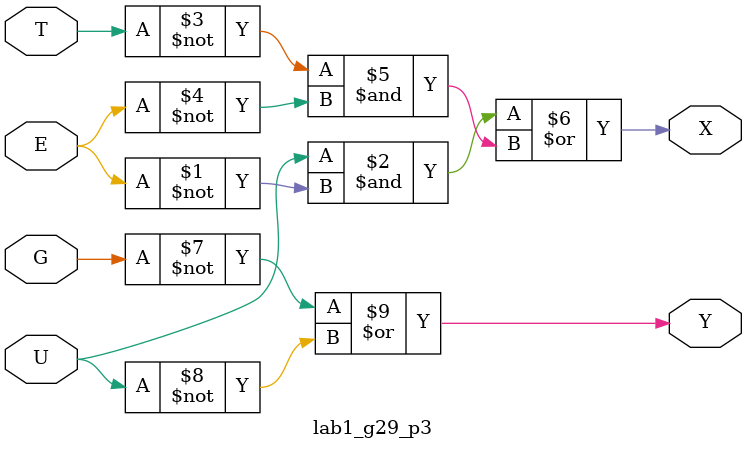
<source format=sv>
module lab1_g29_p3(
	input logic G,T,U,E,
	output logic X,Y
);


assign X =  U&~E | ~T&~E;
assign Y =  ~G | ~U;


endmodule
</source>
